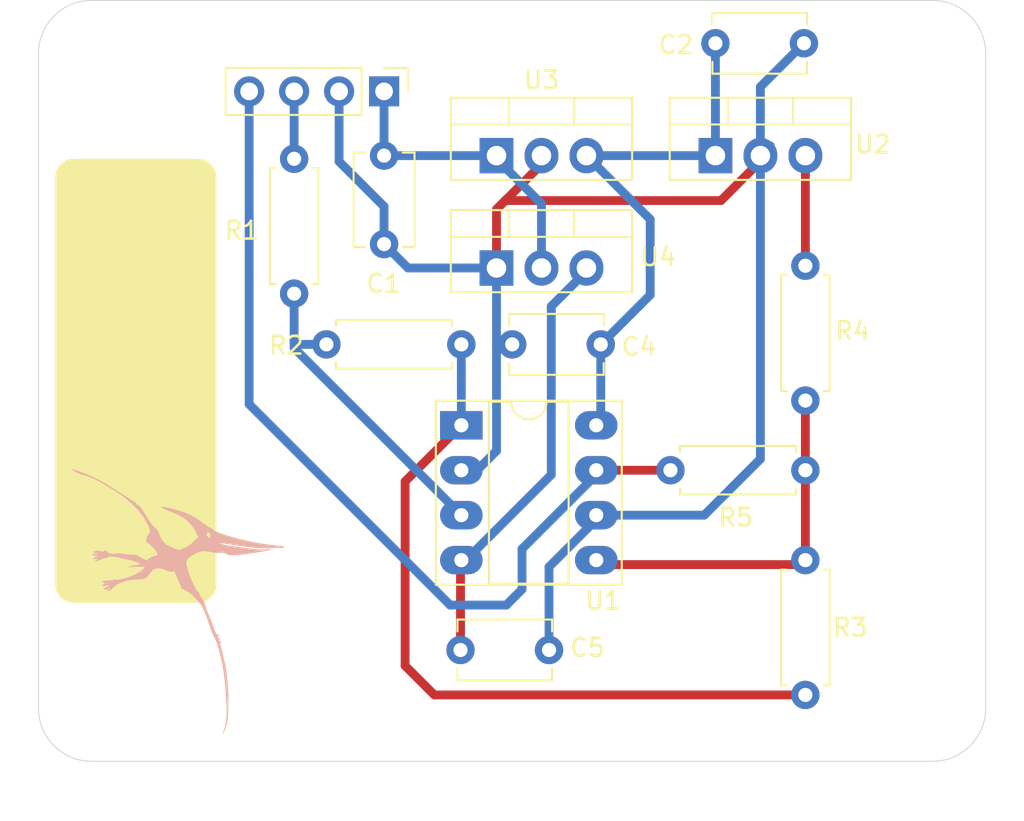
<source format=kicad_pcb>
(kicad_pcb (version 20221018) (generator pcbnew)
  (layers (0 "F.Cu" signal) (31 "B.Cu" signal) (34 "B.Paste" user) (35 "F.Paste" user) (36 "B.SilkS" user "B.Silkscreen") (37 "F.SilkS" user "F.Silkscreen") (38 "B.Mask" user) (39 "F.Mask" user) (44 "Edge.Cuts" user))
  (net 0 "")
  (net 1 "Net-(J2-Pin_1)")
  (net 2 "/GND")
  (net 3 "/VCC")
  (net 4 "/VEE")
  (net 5 "/VI")
  (net 6 "Net-(R2-Pad2)")
  (net 7 "/VO")
  (net 8 "Net-(U1A-+)")
  (net 9 "Net-(U1B-+)")
  (net 10 "Net-(U2-VO)")
  (footprint "MechanicalInterfaces:DrillHole3mm" (layer "F.Cu") (at 195 97)
    (fp_text reference "REF**" hide)
    (fp_text value "DrillHole3mm")
  )
  (footprint "Resistor_THT:R_Axial_DIN0207_L6.3mm_D2.5mm_P7.62mm_Horizontal" (layer "F.Cu") (at 206.44 65.95 -90)
    (fp_text reference "R1")
    (fp_text value "10K")
  )
  (footprint "MechanicalInterfaces:DrillHole3mm" (layer "F.Cu") (at 242.5 60)
    (fp_text reference "REF**" hide)
    (fp_text value "DrillHole3mm")
  )
  (footprint "MechanicalInterfaces:DrillHole3mm" (layer "F.Cu") (at 242.5 97)
    (fp_text reference "REF**" hide)
    (fp_text value "DrillHole3mm")
  )
  (footprint "Connector_PinHeader_2.54mm:PinHeader_1x04_P2.54mm_Vertical" (layer "F.Cu") (at 211.52 62.14 -90)
    (fp_text reference "J2" hide)
    (fp_text value "Conn_01x04_Pin" hide)
  )
  (footprint "Resistor_THT:R_Axial_DIN0207_L6.3mm_D2.5mm_P7.62mm_Horizontal" (layer "F.Cu") (at 235.315 71.993 -90)
    (fp_text reference "R4")
    (fp_text value "10K")
  )
  (footprint "Capacitor_THT:C_Disc_D5.1mm_W3.2mm_P5.00mm" (layer "F.Cu") (at 230.235 59.42)
    (fp_text reference "C2")
    (fp_text value "100nF" hide)
  )
  (footprint "Resistor_THT:R_Axial_DIN0207_L6.3mm_D2.5mm_P7.62mm_Horizontal" (layer "F.Cu") (at 208.264 76.438)
    (fp_text reference "R2")
    (fp_text value "40K")
  )
  (footprint "Resistor_THT:R_Axial_DIN0207_L6.3mm_D2.5mm_P7.62mm_Horizontal" (layer "F.Cu") (at 235.315 83.55 180)
    (fp_text reference "R5")
    (fp_text value "10K")
  )
  (footprint "Package_DIP:DIP-8_W7.62mm_Socket_LongPads" (layer "F.Cu") (at 215.884 81.01)
    (fp_text reference "U1")
    (fp_text value "TL072")
  )
  (footprint "Capacitor_THT:C_Disc_D5.1mm_W3.2mm_P5.00mm" (layer "F.Cu") (at 211.52 65.77 -90)
    (fp_text reference "C1")
    (fp_text value "100nF" hide)
  )
  (footprint "Package_TO_SOT_THT:TO-220-3_Vertical" (layer "F.Cu") (at 230.235 65.77)
    (fp_text reference "U2")
    (fp_text value "LM7810_TO220" hide)
  )
  (footprint "Package_TO_SOT_THT:TO-220-3_Vertical" (layer "F.Cu") (at 217.87 65.77)
    (fp_text reference "U3")
    (fp_text value "LM7815_TO220" hide)
  )
  (footprint "MechanicalInterfaces:DrillHole3mm" (layer "F.Cu") (at 195 60)
    (fp_text reference "REF**" hide)
    (fp_text value "DrillHole3mm")
  )
  (footprint "Capacitor_THT:C_Disc_D5.1mm_W3.2mm_P5.00mm" (layer "F.Cu") (at 220.837 93.71 180)
    (fp_text reference "C5")
    (fp_text value "100nF" hide)
  )
  (footprint "Resistor_THT:R_Axial_DIN0207_L6.3mm_D2.5mm_P7.62mm_Horizontal" (layer "F.Cu") (at 235.315 96.25 90)
    (fp_text reference "R3")
    (fp_text value "10K")
  )
  (footprint "Package_TO_SOT_THT:TO-220-3_Vertical" (layer "F.Cu") (at 217.87 72.12)
    (fp_text reference "U4")
    (fp_text value "LM7915_TO220" hide)
  )
  (footprint "Capacitor_THT:C_Disc_D5.1mm_W3.2mm_P5.00mm" (layer "F.Cu") (at 223.758 76.438 180)
    (fp_text reference "C4")
    (fp_text value "100nF" hide)
  )
  (gr_poly (pts (xy 194 83.5) (xy 194.125573 83.543408) (xy 194.187585 83.5655) (xy 194.248822 83.587591) (xy 194.309671 83.610458) (xy 194.369744 83.632937) (xy 194.429431 83.655804) (xy 194.488729 83.678671) (xy 194.547253 83.701925) (xy 194.605001 83.72518) (xy 194.662362 83.748822) (xy 194.718948 83.772463) (xy 194.774758 83.796105) (xy 194.830181 83.820135) (xy 194.939477 83.868194) (xy 195.046834 83.917416) (xy 195.152642 83.967413) (xy 195.256899 84.018572) (xy 195.360381 84.070895) (xy 195.463475 84.12438) (xy 195.565795 84.179803) (xy 195.668114 84.236776) (xy 195.770821 84.295299) (xy 195.873915 84.356148) (xy 195.977785 84.418548) (xy 196.08243 84.483272) (xy 196.187074 84.54916) (xy 196.290944 84.615047) (xy 196.392876 84.680547) (xy 196.44326 84.713103) (xy 196.492869 84.744884) (xy 196.541316 84.776665) (xy 196.588987 84.807283) (xy 196.635496 84.837514) (xy 196.680842 84.86697) (xy 196.725413 84.895262) (xy 196.768434 84.92278) (xy 196.809516 84.949135) (xy 196.849436 84.97394) (xy 196.887806 84.997969) (xy 196.924238 85.020448) (xy 196.942066 85.030913) (xy 196.95912 85.041377) (xy 196.975398 85.051067) (xy 196.991676 85.060369) (xy 197.007179 85.06967) (xy 197.022294 85.078584) (xy 197.036634 85.086723) (xy 197.050587 85.094862) (xy 197.064152 85.102614) (xy 197.076942 85.110365) (xy 197.088957 85.117729) (xy 197.100584 85.124706) (xy 197.111823 85.132069) (xy 197.122288 85.138658) (xy 197.131977 85.145634) (xy 197.140891 85.152223) (xy 197.149418 85.158812) (xy 197.157169 85.165029) (xy 197.164146 85.171617) (xy 197.170362 85.178206) (xy 197.176207 85.184795) (xy 197.18123 85.191012) (xy 197.185106 85.1976) (xy 197.188594 85.204577) (xy 197.193617 85.217367) (xy 197.195586 85.222762) (xy 197.197493 85.228219) (xy 197.199012 85.232094) (xy 197.200531 85.23521) (xy 197.202887 85.23673) (xy 197.205244 85.23673) (xy 197.2076 85.23521) (xy 197.211089 85.233242) (xy 197.218452 85.227847) (xy 197.2227 85.22549) (xy 197.227723 85.224343) (xy 197.232746 85.224343) (xy 197.238141 85.22549) (xy 197.243986 85.227009) (xy 197.249768 85.229366) (xy 197.261008 85.235583) (xy 197.27186 85.243721) (xy 197.280386 85.252636) (xy 197.287363 85.261937) (xy 197.293146 85.271627) (xy 197.302447 85.292168) (xy 197.305563 85.274727) (xy 197.30747 85.266976) (xy 197.309827 85.259612) (xy 197.313315 85.253767) (xy 197.317191 85.248745) (xy 197.322585 85.245628) (xy 197.328802 85.244481) (xy 197.336166 85.244481) (xy 197.34353 85.24645) (xy 197.350894 85.249566) (xy 197.357482 85.253814) (xy 197.363327 85.259271) (xy 197.367575 85.265054) (xy 197.369931 85.27127) (xy 197.371079 85.278246) (xy 197.371079 85.309252) (xy 197.372226 85.317779) (xy 197.374954 85.326306) (xy 197.37883 85.334832) (xy 197.383853 85.343359) (xy 197.39007 85.352273) (xy 197.397046 85.361187) (xy 197.404798 85.370101) (xy 197.413324 85.379015) (xy 197.431928 85.396844) (xy 197.450919 85.41506) (xy 197.452438 85.386767) (xy 197.453585 85.373202) (xy 197.455105 85.3608) (xy 197.457461 85.34956) (xy 197.460949 85.339483) (xy 197.465584 85.330956) (xy 197.4687 85.327468) (xy 197.471817 85.32474) (xy 197.475305 85.322383) (xy 197.478793 85.320864) (xy 197.482669 85.319345) (xy 197.49042 85.319345) (xy 197.493536 85.320864) (xy 197.497025 85.322833) (xy 197.499381 85.325561) (xy 197.502109 85.329049) (xy 197.504078 85.333297) (xy 197.505598 85.33832) (xy 197.506745 85.344103) (xy 197.509101 85.356893) (xy 197.511008 85.371233) (xy 197.512977 85.387123) (xy 197.515705 85.403789) (xy 197.519581 85.420067) (xy 197.524604 85.436345) (xy 197.528092 85.443709) (xy 197.531968 85.451461) (xy 197.54127 85.465413) (xy 197.552509 85.478203) (xy 197.564912 85.48983) (xy 197.578477 85.500295) (xy 197.592817 85.509984) (xy 197.607157 85.518898) (xy 197.621885 85.52665) (xy 197.636225 85.533626) (xy 197.649403 85.540215) (xy 197.662192 85.54606) (xy 197.673045 85.551082) (xy 197.683509 85.556539) (xy 197.693198 85.561934) (xy 197.7025 85.568151) (xy 197.711802 85.575127) (xy 197.721879 85.584042) (xy 197.731956 85.594506) (xy 197.7378 85.600723) (xy 197.743195 85.607312) (xy 197.749412 85.614675) (xy 197.755629 85.622427) (xy 197.768806 85.63948) (xy 197.782759 85.658859) (xy 197.797874 85.679788) (xy 197.813764 85.702654) (xy 197.830043 85.727072) (xy 197.847096 85.753039) (xy 197.864924 85.780557) (xy 197.88314 85.809237) (xy 197.902131 85.83908) (xy 197.921122 85.869698) (xy 197.940888 85.901479) (xy 197.961042 85.933648) (xy 198.001737 85.999923) (xy 198.043595 86.067361) (xy 198.085453 86.135186) (xy 198.127699 86.201848) (xy 198.169169 86.267348) (xy 198.210639 86.331298) (xy 198.251334 86.392922) (xy 198.271488 86.422765) (xy 198.291642 86.451833) (xy 198.311408 86.480126) (xy 198.331174 86.508031) (xy 198.350553 86.534774) (xy 198.369932 86.560741) (xy 198.38931 86.585933) (xy 198.408302 86.609963) (xy 198.426905 86.633217) (xy 198.445508 86.655309) (xy 198.463725 86.676238) (xy 198.481553 86.696004) (xy 198.499381 86.714995) (xy 198.516822 86.732436) (xy 198.533875 86.748714) (xy 198.550929 86.764217) (xy 198.567206 86.778945) (xy 198.583484 86.792897) (xy 198.615265 86.820415) (xy 198.645109 86.847933) (xy 198.659836 86.86266) (xy 198.673789 86.877776) (xy 198.687354 86.893666) (xy 198.700919 86.911107) (xy 198.713709 86.929323) (xy 198.726111 86.949477) (xy 198.738126 86.970793) (xy 198.750141 86.993273) (xy 198.76138 87.017302) (xy 198.77262 87.042107) (xy 198.78386 87.067686) (xy 198.795099 87.094041) (xy 198.817191 87.148689) (xy 198.83967 87.2045) (xy 198.862924 87.261085) (xy 198.887342 87.316896) (xy 198.900132 87.344026) (xy 198.913309 87.371156) (xy 198.927262 87.397123) (xy 198.94199 87.422703) (xy 198.957105 87.447121) (xy 198.972608 87.47115) (xy 198.988498 87.494792) (xy 199.004776 87.517659) (xy 199.02183 87.53975) (xy 199.038883 87.561455) (xy 199.074539 87.6037) (xy 199.110971 87.644783) (xy 199.148566 87.684703) (xy 199.22453 87.762605) (xy 199.393125 87.839344) (xy 199.478391 87.877327) (xy 199.565595 87.915309) (xy 199.654349 87.952516) (xy 199.744653 87.989723) (xy 199.927975 88.062974) (xy 199.939603 88.055997) (xy 199.951617 88.049409) (xy 199.976809 88.037782) (xy 200.003552 88.02693) (xy 200.031457 88.016853) (xy 200.060525 88.007163) (xy 200.090756 87.996699) (xy 200.121762 87.985847) (xy 200.153155 87.97422) (xy 200.184936 87.961817) (xy 200.217492 87.949027) (xy 200.250049 87.935075) (xy 200.282604 87.921122) (xy 200.31516 87.906395) (xy 200.347329 87.890891) (xy 200.379885 87.874226) (xy 200.412829 87.856397) (xy 200.445773 87.837019) (xy 200.479492 87.815315) (xy 200.496545 87.803688) (xy 200.513986 87.791673) (xy 200.531427 87.778495) (xy 200.549254 87.76493) (xy 200.567083 87.75059) (xy 200.585299 87.735475) (xy 200.603903 87.719197) (xy 200.622893 87.702531) (xy 200.641884 87.68509) (xy 200.661263 87.667262) (xy 200.700796 87.629667) (xy 200.741491 87.590523) (xy 200.782961 87.54944) (xy 200.824819 87.50797) (xy 200.86784 87.465724) (xy 200.911635 87.423479) (xy 200.955819 87.381621) (xy 201.000777 87.34015) (xy 201.046123 87.30023) (xy 201.032171 87.287828) (xy 201.018606 87.273875) (xy 201.00504 87.259147) (xy 200.992638 87.243645) (xy 200.980624 87.227366) (xy 200.969771 87.211088) (xy 200.959695 87.194811) (xy 200.955398 87.187338) (xy 201.48205 87.187338) (xy 201.484406 87.198965) (xy 201.487135 87.210205) (xy 201.491383 87.221057) (xy 201.503398 87.243149) (xy 201.5189 87.264465) (xy 201.537504 87.285006) (xy 201.557658 87.305935) (xy 201.578587 87.326477) (xy 201.599903 87.345468) (xy 201.620444 87.361358) (xy 201.630521 87.367947) (xy 201.639823 87.372582) (xy 201.649125 87.375698) (xy 201.657651 87.378055) (xy 201.665791 87.378055) (xy 201.673154 87.374567) (xy 201.680131 87.368722) (xy 201.685913 87.360196) (xy 201.69137 87.349731) (xy 201.695618 87.337329) (xy 201.699494 87.322989) (xy 201.702222 87.307485) (xy 201.704579 87.290432) (xy 201.706935 87.272992) (xy 201.706935 87.236172) (xy 201.703819 87.198965) (xy 201.69723 87.163309) (xy 201.692595 87.14703) (xy 201.687138 87.131528) (xy 201.680549 87.117962) (xy 201.673573 87.10556) (xy 201.665434 87.094708) (xy 201.656907 87.085406) (xy 201.647993 87.077655) (xy 201.638303 87.071066) (xy 201.628227 87.066431) (xy 201.617762 87.062942) (xy 201.60691 87.060586) (xy 201.596058 87.060586) (xy 201.584415 87.060245) (xy 201.572788 87.062974) (xy 201.561936 87.067609) (xy 201.551472 87.073392) (xy 201.54062 87.080368) (xy 201.530931 87.088507) (xy 201.512715 87.107498) (xy 201.504576 87.11835) (xy 201.497987 87.129202) (xy 201.492142 87.140442) (xy 201.487894 87.152456) (xy 201.484406 87.164084) (xy 201.48205 87.176098) (xy 201.48205 87.187338) (xy 200.955398 87.187338) (xy 200.95078 87.179307) (xy 200.943029 87.164192) (xy 200.93644 87.149852) (xy 200.931045 87.136287) (xy 200.926409 87.123109) (xy 200.921387 87.109544) (xy 200.916364 87.095204) (xy 200.910581 87.080089) (xy 200.903993 87.063036) (xy 200.899745 87.054122) (xy 200.895497 87.044432) (xy 200.890474 87.033968) (xy 200.885017 87.023503) (xy 200.878801 87.011876) (xy 200.872584 86.999861) (xy 200.865995 86.987459) (xy 200.858631 86.974669) (xy 200.850492 86.961104) (xy 200.842353 86.947151) (xy 200.833826 86.932811) (xy 200.824525 86.918083) (xy 200.805146 86.887465) (xy 200.78383 86.855297) (xy 200.760962 86.821965) (xy 200.736545 86.787859) (xy 200.710578 86.75259) (xy 200.68306 86.716545) (xy 200.653992 86.680114) (xy 200.623762 86.643682) (xy 200.592369 86.606475) (xy 200.559425 86.569655) (xy 200.525706 86.532836) (xy 200.490437 86.496404) (xy 200.454392 86.460747) (xy 200.417185 86.425866) (xy 200.379203 86.391372) (xy 200.340058 86.358428) (xy 200.300138 86.326259) (xy 200.259056 86.295254) (xy 200.217585 86.26541) (xy 200.174952 86.236342) (xy 200.131931 86.208437) (xy 200.087748 86.181307) (xy 200.04279 86.154952) (xy 199.997444 86.129372) (xy 199.950935 86.104568) (xy 199.904039 86.08015) (xy 199.85598 86.056509) (xy 199.807921 86.033642) (xy 199.758699 86.011163) (xy 199.70909 85.989071) (xy 199.658705 85.967367) (xy 199.607545 85.94605) (xy 199.555998 85.925121) (xy 199.504063 85.904192) (xy 199.398256 85.86311) (xy 199.290123 85.822414) (xy 199.18044 85.781332) (xy 199.068819 85.739861) (xy 199.06068 85.723196) (xy 199.050603 85.707305) (xy 199.038976 85.692965) (xy 199.025411 85.679788) (xy 199.010683 85.668548) (xy 198.994792 85.658859) (xy 198.977739 85.651107) (xy 198.959911 85.645712) (xy 198.941307 85.642224) (xy 198.941307 85.595715) (xy 199.075795 85.619745) (xy 199.209895 85.645712) (xy 199.343608 85.674005) (xy 199.410271 85.68912) (xy 199.476546 85.704623) (xy 199.542433 85.720514) (xy 199.60832 85.737179) (xy 199.67382 85.75462) (xy 199.738933 85.772449) (xy 199.803657 85.790664) (xy 199.867607 85.809656) (xy 199.931557 85.829422) (xy 199.994731 85.849576) (xy 200.057517 85.870505) (xy 200.119529 85.891821) (xy 200.181154 85.913913) (xy 200.242003 85.93678) (xy 200.302076 85.960034) (xy 200.361375 85.984063) (xy 200.419898 86.008868) (xy 200.478034 86.034448) (xy 200.535007 86.060415) (xy 200.590818 86.087158) (xy 200.646241 86.114675) (xy 200.700501 86.142581) (xy 200.753599 86.171649) (xy 200.805921 86.201104) (xy 200.85708 86.231335) (xy 200.907077 86.261953) (xy 200.956299 86.292959) (xy 201.003971 86.324353) (xy 201.05048 86.356133) (xy 201.096213 86.387527) (xy 201.140397 86.418533) (xy 201.18303 86.449539) (xy 201.224887 86.480157) (xy 201.265195 86.51) (xy 201.303952 86.539068) (xy 201.341547 86.567361) (xy 201.377591 86.594491) (xy 201.412085 86.620458) (xy 201.445029 86.645263) (xy 201.47681 86.668517) (xy 201.506653 86.690221) (xy 201.521381 86.700298) (xy 201.535333 86.709988) (xy 201.548899 86.719289) (xy 201.562076 86.727816) (xy 201.574866 86.736343) (xy 201.587268 86.744094) (xy 201.599283 86.75107) (xy 201.610522 86.757659) (xy 201.621762 86.763876) (xy 201.632614 86.769333) (xy 201.652768 86.779022) (xy 201.671759 86.787161) (xy 201.6892 86.794525) (xy 201.705478 86.800742) (xy 201.720593 86.80733) (xy 201.734546 86.813919) (xy 201.748111 86.820896) (xy 201.760901 86.829034) (xy 201.773303 86.838724) (xy 201.785318 86.849188) (xy 201.798108 86.860428) (xy 201.811673 86.87283) (xy 201.826788 86.886008) (xy 201.843454 86.900348) (xy 201.852368 86.907324) (xy 201.862058 86.914688) (xy 201.872522 86.92244) (xy 201.883761 86.930191) (xy 201.895389 86.937943) (xy 201.907791 86.946081) (xy 201.921356 86.953833) (xy 201.935308 86.961972) (xy 201.950424 86.970111) (xy 201.965927 86.978638) (xy 201.982593 86.987164) (xy 201.999646 86.995691) (xy 202.017474 87.004217) (xy 202.036078 87.012744) (xy 202.055069 87.021658) (xy 202.075222 87.030185) (xy 202.095764 87.039099) (xy 202.117081 87.048401) (xy 202.138784 87.057315) (xy 202.161263 87.066617) (xy 202.207772 87.084833) (xy 202.256607 87.103436) (xy 202.307379 87.12204) (xy 202.360476 87.141031) (xy 202.415124 87.160022) (xy 202.471709 87.179013) (xy 202.529845 87.198391) (xy 202.589532 87.21777) (xy 202.650381 87.236761) (xy 202.71278 87.25614) (xy 202.776342 87.275131) (xy 202.840679 87.29451) (xy 202.906179 87.313501) (xy 202.972067 87.332104) (xy 203.106166 87.369699) (xy 203.241817 87.405743) (xy 203.378243 87.4414) (xy 203.515443 87.475506) (xy 203.653808 87.508837) (xy 203.792946 87.540618) (xy 203.933635 87.571624) (xy 204.075487 87.60108) (xy 204.218889 87.628985) (xy 204.364616 87.655728) (xy 204.437867 87.668905) (xy 204.511894 87.681307) (xy 204.586308 87.693322) (xy 204.661497 87.705337) (xy 204.737074 87.716577) (xy 204.813426 87.727816) (xy 204.890165 87.738281) (xy 204.967679 87.748745) (xy 205.045969 87.758435) (xy 205.124647 87.767736) (xy 205.204099 87.777038) (xy 205.284714 87.785565) (xy 205.365717 87.794091) (xy 205.447495 87.801843) (xy 205.530048 87.809207) (xy 205.613763 87.816183) (xy 205.697867 87.822772) (xy 205.783133 87.828988) (xy 205.795536 87.830895) (xy 205.807163 87.835143) (xy 205.818015 87.841732) (xy 205.826929 87.849871) (xy 205.834681 87.859948) (xy 205.840463 87.871187) (xy 205.843951 87.882814) (xy 205.852866 87.929323) (xy 205.852866 87.933959) (xy 205.851346 87.938206) (xy 205.848229 87.942082) (xy 205.844354 87.944439) (xy 205.839719 87.945586) (xy 205.665311 87.942098) (xy 205.578495 87.94095) (xy 205.451758 87.94095) (xy 205.410288 87.942098) (xy 205.369981 87.943245) (xy 205.330448 87.945214) (xy 205.291303 87.947942) (xy 205.252933 87.950671) (xy 205.176581 87.956887) (xy 205.137824 87.960004) (xy 205.097904 87.96312) (xy 205.057209 87.966236) (xy 205.014964 87.968964) (xy 204.971168 87.970933) (xy 204.925047 87.972452) (xy 204.7425 87.972452) (xy 204.713819 87.971305) (xy 204.684364 87.970158) (xy 204.654133 87.969011) (xy 204.592509 87.965894) (xy 204.528172 87.962407) (xy 204.462285 87.958159) (xy 204.394459 87.953136) (xy 204.325471 87.947741) (xy 204.254545 87.941524) (xy 204.182844 87.934935) (xy 204.10998 87.927571) (xy 204.036342 87.91982) (xy 203.887514 87.903154) (xy 203.737911 87.884938) (xy 203.589083 87.86556) (xy 203.515443 87.855483) (xy 203.44258 87.845018) (xy 203.370491 87.834166) (xy 203.299178 87.823702) (xy 203.229027 87.81285) (xy 203.160039 87.801998) (xy 203.091826 87.791146) (xy 203.024777 87.780293) (xy 202.958501 87.769829) (xy 202.893389 87.759365) (xy 202.82944 87.7489) (xy 202.76704 87.739211) (xy 202.705416 87.729134) (xy 202.644955 87.719832) (xy 202.586044 87.710918) (xy 202.528295 87.702004) (xy 202.471709 87.693865) (xy 202.416674 87.686501) (xy 202.362802 87.679525) (xy 202.310479 87.673308) (xy 202.259707 87.667463) (xy 202.210098 87.662828) (xy 202.285287 87.705849) (xy 202.311255 87.710097) (xy 202.339547 87.715491) (xy 202.369391 87.721274) (xy 202.401172 87.72825) (xy 202.434503 87.735227) (xy 202.469772 87.743366) (xy 202.506591 87.751505) (xy 202.545349 87.760031) (xy 202.585268 87.768946) (xy 202.627127 87.77786) (xy 202.670535 87.786774) (xy 202.715105 87.795688) (xy 202.761226 87.804215) (xy 202.808898 87.813129) (xy 202.857345 87.821268) (xy 202.907342 87.829795) (xy 202.958114 87.837933) (xy 203.009661 87.846073) (xy 203.061984 87.854212) (xy 203.168566 87.870102) (xy 203.276699 87.885218) (xy 203.49374 87.915061) (xy 203.601098 87.929401) (xy 203.653808 87.936377) (xy 203.70613 87.943353) (xy 203.757677 87.95033) (xy 203.808836 87.956918) (xy 203.859221 87.963507) (xy 203.909218 87.969724) (xy 203.958439 87.975941) (xy 204.006886 87.981785) (xy 204.055333 87.987568) (xy 204.102617 87.993025) (xy 204.1499 87.998048) (xy 204.196409 88.003071) (xy 204.24253 88.007319) (xy 204.287877 88.011566) (xy 204.332835 88.015054) (xy 204.377794 88.01817) (xy 204.42159 88.020899) (xy 204.465385 88.023256) (xy 204.551426 88.026743) (xy 204.63708 88.027891) (xy 204.722734 88.027891) (xy 204.80955 88.026743) (xy 204.853733 88.025596) (xy 204.898692 88.024077) (xy 204.944425 88.02293) (xy 204.990934 88.021783) (xy 205.038606 88.020636) (xy 205.08744 88.019116) (xy 205.137824 88.017969) (xy 205.188984 88.016822) (xy 205.177744 88.020697) (xy 205.166892 88.024186) (xy 205.147513 88.03155) (xy 205.110694 88.045502) (xy 205.090928 88.052866) (xy 205.080076 88.056354) (xy 205.068449 88.06023) (xy 205.055659 88.063718) (xy 205.042094 88.067966) (xy 205.026978 88.071841) (xy 205.0107 88.075717) (xy 204.99326 88.080353) (xy 204.974656 88.0846) (xy 204.95489 88.089236) (xy 204.933961 88.093484) (xy 204.912256 88.098119) (xy 204.88939 88.103142) (xy 204.865748 88.107777) (xy 204.840943 88.1128) (xy 204.815364 88.117823) (xy 204.789009 88.122846) (xy 204.761878 88.127869) (xy 204.733586 88.132892) (xy 204.705293 88.137915) (xy 204.675837 88.14331) (xy 204.615764 88.153775) (xy 204.553364 88.164627) (xy 204.489027 88.175091) (xy 204.423527 88.185943) (xy 204.356865 88.196407) (xy 204.222376 88.217724) (xy 204.087501 88.238265) (xy 204.020839 88.247955) (xy 203.955339 88.257644) (xy 203.890614 88.266946) (xy 203.82744 88.27586) (xy 203.765428 88.284774) (xy 203.704192 88.292913) (xy 203.644506 88.300665) (xy 203.585982 88.308416) (xy 203.528621 88.315392) (xy 203.472423 88.321981) (xy 203.417775 88.327764) (xy 203.36429 88.333608) (xy 203.312355 88.339003) (xy 203.261971 88.343251) (xy 203.212749 88.347499) (xy 203.165078 88.350987) (xy 203.118569 88.354103) (xy 203.073998 88.35646) (xy 203.03059 88.358366) (xy 202.98912 88.359514) (xy 202.910442 88.359514) (xy 202.873235 88.357994) (xy 202.837966 88.355638) (xy 202.80386 88.351762) (xy 202.771691 88.347127) (xy 202.741073 88.340538) (xy 202.712005 88.332787) (xy 202.684487 88.323485) (xy 202.65852 88.312633) (xy 202.634102 88.30023) (xy 202.61046 88.287053) (xy 202.565115 88.259923) (xy 202.542248 88.247133) (xy 202.518606 88.235506) (xy 202.493802 88.225817) (xy 202.481011 88.221569) (xy 202.467834 88.21808) (xy 202.454269 88.215352) (xy 202.440316 88.213445) (xy 202.425588 88.211926) (xy 202.41086 88.210407) (xy 202.379855 88.20926) (xy 202.347686 88.210407) (xy 202.313968 88.212314) (xy 202.279086 88.215042) (xy 202.243429 88.21777) (xy 202.206998 88.220499) (xy 202.16979 88.222406) (xy 202.131808 88.223553) (xy 202.093051 88.223553) (xy 202.054681 88.221584) (xy 202.015149 88.218096) (xy 201.976004 88.213461) (xy 201.936471 88.208004) (xy 201.896552 88.201415) (xy 201.816323 88.186687) (xy 201.655481 88.155682) (xy 201.615173 88.148705) (xy 201.575254 88.142116) (xy 201.535333 88.136721) (xy 201.495026 88.132086) (xy 201.455106 88.128598) (xy 201.414798 88.126241) (xy 201.374103 88.125094) (xy 201.33302 88.126241) (xy 201.29155 88.12897) (xy 201.249692 88.133605) (xy 201.206672 88.140194) (xy 201.184967 88.14407) (xy 201.163263 88.149093) (xy 201.141171 88.154115) (xy 201.118692 88.160332) (xy 201.096213 88.166921) (xy 201.073347 88.173897) (xy 201.05048 88.182036) (xy 201.027225 88.190563) (xy 201.003583 88.199865) (xy 200.979941 88.209554) (xy 200.932269 88.230871) (xy 200.884598 88.254125) (xy 200.836927 88.278929) (xy 200.79003 88.305284) (xy 200.743909 88.332415) (xy 200.698951 88.359932) (xy 200.65593 88.388225) (xy 200.615235 88.416518) (xy 200.595469 88.430471) (xy 200.576478 88.444036) (xy 200.558262 88.457988) (xy 200.540821 88.471553) (xy 200.524155 88.484731) (xy 200.508265 88.497521) (xy 200.49315 88.510311) (xy 200.479197 88.522713) (xy 200.466019 88.534728) (xy 200.454004 88.546355) (xy 200.442765 88.557207) (xy 200.433076 88.567671) (xy 200.424162 88.577748) (xy 200.416022 88.587438) (xy 200.409046 88.597127) (xy 200.402829 88.606429) (xy 200.396985 88.615343) (xy 200.392349 88.624257) (xy 200.38421 88.642085) (xy 200.378366 88.660689) (xy 200.373731 88.67968) (xy 200.370242 88.700609) (xy 200.367127 88.722701) (xy 200.36477 88.745955) (xy 200.362863 88.770372) (xy 200.361344 88.795952) (xy 200.360196 88.821919) (xy 200.35829 88.875792) (xy 200.411775 89.073067) (xy 200.43968 89.17151) (xy 200.468748 89.269954) (xy 200.499754 89.368397) (xy 200.516032 89.417619) (xy 200.533085 89.466841) (xy 200.550526 89.51645) (xy 200.568741 89.565672) (xy 200.587733 89.614894) (xy 200.607499 89.664503) (xy 200.62804 89.713725) (xy 200.649357 89.762947) (xy 200.671061 89.811393) (xy 200.692765 89.859065) (xy 200.714857 89.905961) (xy 200.736948 89.952082) (xy 200.75904 89.996653) (xy 200.780744 90.040061) (xy 200.802061 90.081532) (xy 200.82299 90.121451) (xy 200.842756 90.159046) (xy 200.852446 90.177262) (xy 200.862134 90.194703) (xy 200.871436 90.211756) (xy 200.880351 90.227647) (xy 200.888877 90.243537) (xy 200.897404 90.258265) (xy 200.905543 90.272605) (xy 200.913294 90.286557) (xy 200.921046 90.299348) (xy 200.928797 90.311749) (xy 200.936161 90.323377) (xy 200.943137 90.334617) (xy 200.950114 90.345081) (xy 200.95709 90.355158) (xy 200.971043 90.373374) (xy 200.984995 90.389265) (xy 200.998948 90.402829) (xy 201.0129 90.414457) (xy 201.026853 90.424534) (xy 201.039643 90.433835) (xy 201.050495 90.443137) (xy 201.05513 90.44816) (xy 201.059006 90.453555) (xy 201.062122 90.45895) (xy 201.064851 90.465167) (xy 201.069099 90.478732) (xy 201.071455 90.486483) (xy 201.073362 90.49501) (xy 201.07609 90.504311) (xy 201.079207 90.514389) (xy 201.082695 90.52524) (xy 201.086942 90.536868) (xy 201.091965 90.549658) (xy 201.098182 90.562835) (xy 201.104399 90.577175) (xy 201.111763 90.591903) (xy 201.119514 90.607018) (xy 201.127653 90.622909) (xy 201.145094 90.655465) (xy 201.163698 90.688409) (xy 201.183464 90.721352) (xy 201.20323 90.753521) (xy 201.222996 90.784139) (xy 201.232685 90.798867) (xy 201.241987 90.81282) (xy 201.250902 90.825997) (xy 201.259815 90.838399) (xy 201.267955 90.849639) (xy 201.276094 90.860491) (xy 201.283845 90.870568) (xy 201.291209 90.87987) (xy 201.304774 90.898086) (xy 201.317951 90.915139) (xy 201.329966 90.932192) (xy 201.341206 90.950408) (xy 201.352058 90.970175) (xy 201.36291 90.992266) (xy 201.372986 91.016296) (xy 201.382676 91.041875) (xy 201.391978 91.068618) (xy 201.400892 91.096135) (xy 201.409419 91.124041) (xy 201.424921 91.179851) (xy 201.452439 91.287984) (xy 201.459803 91.315889) (xy 201.467942 91.344183) (xy 201.476857 91.373637) (xy 201.486545 91.404644) (xy 201.497785 91.436812) (xy 201.510188 91.470531) (xy 201.523752 91.505413) (xy 201.538093 91.541844) (xy 201.553596 91.579439) (xy 201.569487 91.617809) (xy 201.586152 91.656954) (xy 201.603205 91.696874) (xy 201.638474 91.777876) (xy 201.673356 91.859654) (xy 201.707462 91.941433) (xy 201.740406 92.022435) (xy 201.772187 92.104213) (xy 201.80358 92.186378) (xy 201.834974 92.270094) (xy 201.866367 92.355748) (xy 201.88187 92.399544) (xy 201.89776 92.444114) (xy 201.929929 92.534031) (xy 201.946595 92.578602) (xy 201.963261 92.62201) (xy 201.980314 92.663481) (xy 201.98884 92.683247) (xy 201.997754 92.702626) (xy 202.006281 92.720842) (xy 202.015195 92.738282) (xy 202.02411 92.754948) (xy 202.033411 92.770451) (xy 202.042326 92.784791) (xy 202.052015 92.798356) (xy 202.061316 92.810371) (xy 202.071006 92.821223) (xy 202.080695 92.830525) (xy 202.090384 92.838276) (xy 202.100461 92.844493) (xy 202.110538 92.849128) (xy 202.120615 92.852616) (xy 202.130304 92.854973) (xy 202.139994 92.856492) (xy 202.149683 92.857639) (xy 202.167123 92.859159) (xy 202.174875 92.860306) (xy 202.181851 92.861453) (xy 202.18844 92.863809) (xy 202.193835 92.866925) (xy 202.198083 92.870801) (xy 202.201199 92.875824) (xy 202.203556 92.881281) (xy 202.204703 92.887498) (xy 202.204703 92.894087) (xy 202.203556 92.900676) (xy 202.201649 92.907651) (xy 202.198532 92.91424) (xy 202.194657 92.920829) (xy 202.189634 92.926674) (xy 202.18379 92.931697) (xy 202.177573 92.936332) (xy 202.170209 92.939448) (xy 202.162457 92.941805) (xy 202.153931 92.943324) (xy 202.145016 92.943324) (xy 202.127189 92.939836) (xy 202.119049 92.937929) (xy 202.111685 92.93596) (xy 202.105468 92.934813) (xy 202.099314 92.934813) (xy 202.098167 92.93596) (xy 202.098167 92.939386) (xy 202.099314 92.944409) (xy 202.10243 92.950625) (xy 202.106678 92.958377) (xy 202.112522 92.966129) (xy 202.119111 92.975043) (xy 202.126088 92.983569) (xy 202.14159 93.000235) (xy 202.149342 93.007211) (xy 202.156318 93.013428) (xy 202.163295 93.018063) (xy 202.169884 93.022311) (xy 202.181898 93.028528) (xy 202.193913 93.034745) (xy 202.199758 93.038621) (xy 202.205974 93.043255) (xy 202.212563 93.0491) (xy 202.218779 93.055689) (xy 202.231569 93.071192) (xy 202.236965 93.079718) (xy 202.242421 93.088245) (xy 202.246297 93.096385) (xy 202.249414 93.104136) (xy 202.25132 93.111112) (xy 202.25132 93.117329) (xy 202.250173 93.122724) (xy 202.247057 93.126599) (xy 202.242809 93.129715) (xy 202.237352 93.131622) (xy 202.230763 93.13277) (xy 202.214873 93.13277) (xy 202.206346 93.131622) (xy 202.188905 93.128894) (xy 202.181154 93.127746) (xy 202.174177 93.126599) (xy 202.168395 93.126599) (xy 202.164907 93.127746) (xy 202.163388 93.128894) (xy 202.163388 93.133467) (xy 202.166503 93.137715) (xy 202.171139 93.14311) (xy 202.177728 93.149326) (xy 202.185479 93.156691) (xy 202.194781 93.16483) (xy 202.204858 93.173356) (xy 202.226562 93.19196) (xy 202.248653 93.212114) (xy 202.259118 93.22219) (xy 202.269195 93.232267) (xy 202.278109 93.242344) (xy 202.286248 93.252033) (xy 202.293224 93.261335) (xy 202.299441 93.270637) (xy 202.304076 93.279552) (xy 202.307952 93.288078) (xy 202.310681 93.296217) (xy 202.311828 93.303968) (xy 202.311828 93.310945) (xy 202.310681 93.317921) (xy 202.308324 93.324138) (xy 202.304836 93.329533) (xy 202.300201 93.334555) (xy 202.294356 93.338803) (xy 202.28814 93.34192) (xy 202.281163 93.344276) (xy 202.274187 93.345423) (xy 202.266435 93.345423) (xy 202.259072 93.343454) (xy 202.252095 93.340726) (xy 202.245119 93.336478) (xy 202.238902 93.33223) (xy 202.233507 93.327982) (xy 202.228872 93.324494) (xy 202.225756 93.321766) (xy 202.223787 93.320619) (xy 202.223787 93.321766) (xy 202.224934 93.324494) (xy 202.227291 93.329129) (xy 202.230406 93.335346) (xy 202.234282 93.343098) (xy 202.239306 93.3524) (xy 202.2447 93.362864) (xy 202.250483 93.374491) (xy 202.2567 93.386894) (xy 202.262916 93.400458) (xy 202.269505 93.414411) (xy 202.275721 93.429139) (xy 202.287349 93.460532) (xy 202.298976 93.493864) (xy 202.309441 93.529133) (xy 202.320293 93.56634) (xy 202.33037 93.605484) (xy 202.340446 93.646179) (xy 202.350911 93.688038) (xy 202.360988 93.731446) (xy 202.371065 93.775629) (xy 202.381529 93.820975) (xy 202.391993 93.866709) (xy 202.402846 93.913217) (xy 202.414086 93.960501) (xy 202.425713 94.008173) (xy 202.437728 94.057007) (xy 202.449742 94.107004) (xy 202.462144 94.157776) (xy 202.474547 94.210486) (xy 202.487336 94.264359) (xy 202.499739 94.320169) (xy 202.512529 94.378305) (xy 202.525319 94.437991) (xy 202.538109 94.500003) (xy 202.544325 94.532172) (xy 202.550542 94.564728) (xy 202.556758 94.598059) (xy 202.563347 94.631778) (xy 202.56913 94.666659) (xy 202.575346 94.701928) (xy 202.581563 94.737973) (xy 202.587408 94.774792) (xy 202.593191 94.812387) (xy 202.599035 94.850757) (xy 202.604818 94.889901) (xy 202.610662 94.929822) (xy 202.616445 94.970904) (xy 202.621902 95.012762) (xy 202.627297 95.055395) (xy 202.632754 95.098803) (xy 202.637777 95.142987) (xy 202.643234 95.188332) (xy 202.648257 95.234067) (xy 202.65328 95.280575) (xy 202.657916 95.327471) (xy 202.66255 95.375531) (xy 202.671465 95.472811) (xy 202.679991 95.57203) (xy 202.68813 95.673187) (xy 202.695494 95.776281) (xy 202.702083 95.880151) (xy 202.707928 95.985183) (xy 202.713323 96.091377) (xy 202.717958 96.197572) (xy 202.721446 96.304156) (xy 202.724562 96.410737) (xy 202.726918 96.516933) (xy 202.728066 96.622353) (xy 202.728066 96.830479) (xy 202.726546 96.932411) (xy 202.72419 97.032792) (xy 202.720702 97.131236) (xy 202.718795 97.179683) (xy 202.716067 97.227355) (xy 202.71371 97.274637) (xy 202.710594 97.321146) (xy 202.707478 97.36688) (xy 202.70399 97.411839) (xy 202.700114 97.456022) (xy 202.695866 97.499819) (xy 202.691618 97.542451) (xy 202.686984 97.584309) (xy 202.68196 97.625004) (xy 202.676937 97.664924) (xy 202.671093 97.704068) (xy 202.66531 97.742051) (xy 202.659094 97.77887) (xy 202.652505 97.814914) (xy 202.645529 97.849796) (xy 202.638552 97.883902) (xy 202.630801 97.916459) (xy 202.623049 97.948627) (xy 202.61491 97.979634) (xy 202.606383 98.009865) (xy 202.597857 98.039319) (xy 202.588555 98.067613) (xy 202.579253 98.09513) (xy 202.569952 98.121872) (xy 202.559875 98.148228) (xy 202.54941 98.173419) (xy 202.538946 98.197837) (xy 202.528094 98.221866) (xy 202.517242 98.244733) (xy 202.506002 98.2676) (xy 202.494375 98.289304) (xy 202.48236 98.310621) (xy 202.470345 98.331549) (xy 202.457943 98.351316) (xy 202.432363 98.390461) (xy 202.406008 98.427281) (xy 202.378491 98.462162) (xy 202.349811 98.495881) (xy 202.320355 98.528049) (xy 202.348648 98.48154) (xy 202.375003 98.435807) (xy 202.399419 98.390848) (xy 202.421899 98.346664) (xy 202.443215 98.302869) (xy 202.462207 98.259848) (xy 202.480035 98.217216) (xy 202.4967 98.174582) (xy 202.511428 98.133112) (xy 202.524993 98.091641) (xy 202.537396 98.050172) (xy 202.548635 98.009477) (xy 202.558712 97.968782) (xy 202.567626 97.928087) (xy 202.575766 97.887391) (xy 202.583129 97.847084) (xy 202.589346 97.806776) (xy 202.594803 97.766469) (xy 202.599826 97.72616) (xy 202.604074 97.685465) (xy 202.611437 97.603688) (xy 202.616894 97.520747) (xy 202.621142 97.437031) (xy 202.624258 97.352153) (xy 202.625778 97.266499) (xy 202.625778 97.091704) (xy 202.624258 97.002949) (xy 202.621902 96.91342) (xy 202.618786 96.822727) (xy 202.61491 96.731648) (xy 202.610274 96.639406) (xy 202.605252 96.546388) (xy 202.599857 96.452595) (xy 202.587067 96.26346) (xy 202.573114 96.073936) (xy 202.557224 95.884414) (xy 202.549085 95.790233) (xy 202.540558 95.696828) (xy 202.531644 95.603812) (xy 202.52273 95.511956) (xy 202.513428 95.420489) (xy 202.503739 95.329797) (xy 202.493274 95.239492) (xy 202.482035 95.148412) (xy 202.470408 95.056946) (xy 202.457617 94.964703) (xy 202.443277 94.870523) (xy 202.435914 94.822851) (xy 202.428162 94.774792) (xy 202.420023 94.725958) (xy 202.411109 94.676349) (xy 202.402194 94.626352) (xy 202.392506 94.57558) (xy 202.382816 94.524033) (xy 202.372352 94.47171) (xy 202.361499 94.418613) (xy 202.349872 94.36474) (xy 202.337857 94.309704) (xy 202.325455 94.253894) (xy 202.299488 94.141111) (xy 202.271582 94.026776) (xy 202.242902 93.91283) (xy 202.213446 93.800821) (xy 202.198718 93.745398) (xy 202.183604 93.691138) (xy 202.168876 93.637653) (xy 202.15376 93.585718) (xy 202.139033 93.534946) (xy 202.123917 93.485337) (xy 202.109577 93.438053) (xy 202.094849 93.392319) (xy 202.080897 93.348136) (xy 202.066944 93.306665) (xy 202.059967 93.286899) (xy 202.053379 93.267521) (xy 202.046403 93.24853) (xy 202.039814 93.230314) (xy 202.033597 93.212873) (xy 202.027008 93.196208) (xy 202.020791 93.179929) (xy 202.014575 93.164814) (xy 202.008358 93.150086) (xy 202.002576 93.136521) (xy 201.997119 93.123344) (xy 201.991336 93.110941) (xy 201.985941 93.099314) (xy 201.980546 93.088075) (xy 201.970082 93.067921) (xy 201.959617 93.049317) (xy 201.949541 93.031876) (xy 201.929774 92.998933) (xy 201.920085 92.982267) (xy 201.910008 92.964826) (xy 201.899543 92.945835) (xy 201.889079 92.925294) (xy 201.878227 92.902427) (xy 201.866599 92.876848) (xy 201.854972 92.849717) (xy 201.84257 92.820261) (xy 201.830168 92.788868) (xy 201.817378 92.755537) (xy 201.803813 92.720268) (xy 201.790248 92.683448) (xy 201.776295 92.645467) (xy 201.761955 92.605546) (xy 201.747615 92.564464) (xy 201.7325 92.522218) (xy 201.717384 92.479198) (xy 201.701881 92.434626) (xy 201.686378 92.389281) (xy 201.6701 92.343159) (xy 201.653822 92.296651) (xy 201.637544 92.249367) (xy 201.603825 92.153636) (xy 201.569331 92.056743) (xy 201.534062 91.95985) (xy 201.498017 91.863344) (xy 201.461974 91.768001) (xy 201.443757 91.721492) (xy 201.425154 91.674983) (xy 201.406938 91.629638) (xy 201.388334 91.585066) (xy 201.370119 91.541271) (xy 201.351515 91.49825) (xy 201.332911 91.45678) (xy 201.314696 91.416085) (xy 201.29648 91.37694) (xy 201.277876 91.339345) (xy 201.259661 91.302914) (xy 201.241832 91.268032) (xy 201.223616 91.2347) (xy 201.205788 91.203307) (xy 201.188347 91.173852) (xy 201.170906 91.145947) (xy 201.153465 91.120367) (xy 201.136412 91.096337) (xy 201.118971 91.073858) (xy 201.101918 91.052929) (xy 201.084865 91.032775) (xy 201.067424 91.013397) (xy 201.032543 90.976577) (xy 200.996498 90.940145) (xy 200.978283 90.921929) (xy 200.959291 90.902938) (xy 200.939913 90.882785) (xy 200.920147 90.862243) (xy 200.899993 90.840539) (xy 200.879064 90.81806) (xy 200.857359 90.794805) (xy 200.835656 90.770776) (xy 200.812789 90.746359) (xy 200.789534 90.721166) (xy 200.765892 90.696362) (xy 200.741475 90.670782) (xy 200.716283 90.645589) (xy 200.690703 90.62001) (xy 200.664348 90.595205) (xy 200.637218 90.5704) (xy 200.609701 90.545984) (xy 200.58102 90.521954) (xy 200.551952 90.499087) (xy 200.522109 90.476608) (xy 200.491491 90.455291) (xy 200.460485 90.43475) (xy 200.428704 90.414984) (xy 200.396923 90.39638) (xy 200.365142 90.378165) (xy 200.333748 90.361111) (xy 200.302743 90.344833) (xy 200.2729 90.328943) (xy 200.243832 90.313827) (xy 200.216314 90.299487) (xy 200.189959 90.285535) (xy 200.165929 90.272357) (xy 200.14345 90.259567) (xy 200.133373 90.25335) (xy 200.123684 90.247134) (xy 200.11477 90.240917) (xy 200.106244 90.235073) (xy 200.098492 90.22929) (xy 200.091516 90.223445) (xy 200.085733 90.21805) (xy 200.079889 90.212206) (xy 200.070974 90.200966) (xy 200.06361 90.189338) (xy 200.057766 90.176937) (xy 200.052742 90.163371) (xy 200.048108 90.148643) (xy 200.043084 90.132365) (xy 200.040356 90.123064) (xy 200.03724 90.113375) (xy 200.033752 90.103297) (xy 200.029876 90.092833) (xy 200.021349 90.069967) (xy 200.01166 90.045162) (xy 200.001583 90.018806) (xy 199.990343 89.990901) (xy 199.978329 89.961834) (xy 199.965538 89.931603) (xy 199.952361 89.900597) (xy 199.925231 89.837035) (xy 199.896938 89.77231) (xy 199.869033 89.707973) (xy 199.855081 89.67658) (xy 199.841903 89.645962) (xy 199.829113 89.616118) (xy 199.816323 89.586663) (xy 199.803921 89.55837) (xy 199.791906 89.530465) (xy 199.768652 89.476204) (xy 199.746172 89.423882) (xy 199.724468 89.37311) (xy 199.682223 89.273504) (xy 199.602383 89.280093) (xy 199.563238 89.282449) (xy 199.524093 89.283968) (xy 199.485723 89.283968) (xy 199.448129 89.281999) (xy 199.429525 89.280093) (xy 199.411309 89.277736) (xy 199.393481 89.27462) (xy 199.375653 89.271132) (xy 199.357824 89.266884) (xy 199.340771 89.261427) (xy 199.306665 89.2498) (xy 199.273333 89.235847) (xy 199.240002 89.220732) (xy 199.206283 89.204842) (xy 199.172177 89.188563) (xy 199.136908 89.173061) (xy 199.100476 89.158333) (xy 199.062494 89.145155) (xy 199.022961 89.133528) (xy 198.982654 89.123451) (xy 198.941958 89.115312) (xy 198.900876 89.108723) (xy 198.859793 89.1037) (xy 198.819486 89.100972) (xy 198.779953 89.099453) (xy 198.760962 89.099453) (xy 198.741971 89.100972) (xy 198.705151 89.103328) (xy 198.669495 89.107964) (xy 198.635001 89.113421) (xy 198.601282 89.120009) (xy 198.568338 89.127373) (xy 198.503226 89.143651) (xy 198.445478 89.209151) (xy 198.417185 89.24132) (xy 198.389279 89.273101) (xy 198.362925 89.303719) (xy 198.337345 89.333562) (xy 198.313315 89.361855) (xy 198.302076 89.375808) (xy 198.291223 89.388985) (xy 198.280759 89.401775) (xy 198.27107 89.414565) (xy 198.261768 89.42658) (xy 198.252854 89.437819) (xy 198.244715 89.449059) (xy 198.237351 89.459524) (xy 198.230374 89.469213) (xy 198.224592 89.478514) (xy 198.219135 89.487429) (xy 198.214112 89.495568) (xy 198.20481 89.511071) (xy 198.195896 89.525411) (xy 198.186207 89.538976) (xy 198.180424 89.545952) (xy 198.174207 89.552541) (xy 198.166844 89.559517) (xy 198.158704 89.566881) (xy 198.14979 89.574245) (xy 198.139713 89.581996) (xy 198.128861 89.589361) (xy 198.117234 89.597112) (xy 198.104832 89.605251) (xy 198.091654 89.613003) (xy 198.078089 89.620754) (xy 198.063749 89.628505) (xy 198.033131 89.643621) (xy 198.000575 89.658348) (xy 197.966081 89.671913) (xy 197.930036 89.684703) (xy 197.893217 89.695555) (xy 197.855622 89.704857) (xy 197.81764 89.712608) (xy 197.778883 89.718391) (xy 197.739738 89.723027) (xy 197.700206 89.726142) (xy 197.659898 89.728499) (xy 197.619203 89.730468) (xy 197.57812 89.731615) (xy 197.536262 89.732762) (xy 197.493629 89.733909) (xy 197.450221 89.735429) (xy 197.406425 89.737335) (xy 197.361854 89.740064) (xy 197.316508 89.743552) (xy 197.270387 89.748575) (xy 197.223878 89.754792) (xy 197.176982 89.762156) (xy 197.130086 89.770682) (xy 197.083577 89.779596) (xy 197.037068 89.789674) (xy 196.991335 89.800525) (xy 196.946764 89.811765) (xy 196.902968 89.823392) (xy 196.860723 89.835407) (xy 196.820028 89.84781) (xy 196.78127 89.860599) (xy 196.744838 89.873389) (xy 196.727397 89.879606) (xy 196.710344 89.885823) (xy 196.694066 89.89204) (xy 196.678563 89.898628) (xy 196.649108 89.910643) (xy 196.621978 89.923045) (xy 196.596785 89.93506) (xy 196.572756 89.947075) (xy 196.549889 89.95909) (xy 196.528185 89.970716) (xy 196.48594 89.994358) (xy 196.456872 90.008698) (xy 196.432454 90.021876) (xy 196.408813 90.036217) (xy 196.385946 90.051332) (xy 196.363854 90.066834) (xy 196.342537 90.083113) (xy 196.321996 90.099778) (xy 196.282464 90.134272) (xy 196.245257 90.168766) (xy 196.209212 90.202873) (xy 196.174331 90.235041) (xy 196.157278 90.250157) (xy 196.140224 90.264497) (xy 196.123559 90.278062) (xy 196.106893 90.290852) (xy 196.090228 90.302867) (xy 196.073949 90.313331) (xy 196.057671 90.323408) (xy 196.041006 90.331935) (xy 196.024728 90.338911) (xy 196.00845 90.344693) (xy 195.986358 90.348941) (xy 195.977444 90.35091) (xy 195.968529 90.353638) (xy 195.960003 90.357886) (xy 195.951089 90.36291) (xy 195.932873 90.374537) (xy 195.923571 90.379559) (xy 195.913494 90.382676) (xy 195.903417 90.383823) (xy 195.892565 90.382676) (xy 195.881713 90.379947) (xy 195.870474 90.376072) (xy 195.847607 90.365994) (xy 195.867373 90.35708) (xy 195.885976 90.347778) (xy 195.894503 90.343143) (xy 195.902255 90.338896) (xy 195.908843 90.33426) (xy 195.914626 90.329624) (xy 195.918874 90.32499) (xy 195.92199 90.320354) (xy 195.923509 90.315718) (xy 195.923509 90.311471) (xy 195.92199 90.306448) (xy 195.920471 90.3022) (xy 195.915014 90.292898) (xy 195.942919 90.27817) (xy 195.969274 90.263443) (xy 195.981676 90.256467) (xy 195.993303 90.24949) (xy 196.003768 90.242513) (xy 196.013457 90.235925) (xy 196.021596 90.229708) (xy 196.028572 90.223492) (xy 196.033595 90.217709) (xy 196.037084 90.212252) (xy 196.039052 90.206857) (xy 196.040572 90.201834) (xy 196.040572 90.192145) (xy 196.016542 90.199896) (xy 195.993288 90.208423) (xy 195.982048 90.213446) (xy 195.971584 90.218469) (xy 195.961894 90.224252) (xy 195.952593 90.23084) (xy 195.935539 90.244793) (xy 195.917711 90.258745) (xy 195.907634 90.265721) (xy 195.896007 90.271566) (xy 195.883217 90.276962) (xy 195.869264 90.281209) (xy 195.854149 90.285085) (xy 195.838258 90.287813) (xy 195.821593 90.289333) (xy 195.804927 90.290852) (xy 195.788649 90.290852) (xy 195.772371 90.289333) (xy 195.756868 90.287364) (xy 195.742528 90.284248) (xy 195.728963 90.280372) (xy 195.716173 90.274977) (xy 195.704158 90.268388) (xy 195.692531 90.260637) (xy 195.681679 90.251335) (xy 195.670439 90.240483) (xy 195.659587 90.22808) (xy 195.648735 90.21374) (xy 195.683617 90.216097) (xy 195.700282 90.217616) (xy 195.715785 90.217616) (xy 195.730126 90.216097) (xy 195.742915 90.214128) (xy 195.74831 90.212609) (xy 195.753333 90.210702) (xy 195.757969 90.208346) (xy 195.761457 90.205617) (xy 195.768046 90.199028) (xy 195.773441 90.191664) (xy 195.778898 90.183138) (xy 195.785486 90.174224) (xy 195.794401 90.164922) (xy 195.805253 90.156008) (xy 195.817655 90.147869) (xy 195.83122 90.140117) (xy 195.84556 90.133528) (xy 195.859901 90.128505) (xy 195.873853 90.125017) (xy 195.880829 90.12387) (xy 195.899061 90.12387) (xy 195.909913 90.12539) (xy 195.920378 90.126536) (xy 195.925013 90.126536) (xy 195.930036 90.12539) (xy 195.934671 90.12387) (xy 195.939694 90.121514) (xy 195.94433 90.117638) (xy 195.948965 90.11339) (xy 195.9536 90.107608) (xy 195.958236 90.101763) (xy 195.965987 90.088585) (xy 195.97177 90.075021) (xy 195.974126 90.068432) (xy 195.975645 90.062215) (xy 195.976793 90.05682) (xy 195.976793 90.052572) (xy 195.975645 90.048696) (xy 195.973289 90.04634) (xy 195.970173 90.04482) (xy 195.96129 90.04482) (xy 195.955833 90.045968) (xy 195.949616 90.047115) (xy 195.943027 90.049084) (xy 195.9283 90.05296) (xy 195.912797 90.057207) (xy 195.896906 90.060323) (xy 195.880628 90.06223) (xy 195.864737 90.063378) (xy 195.849622 90.064525) (xy 195.834894 90.066044) (xy 195.821329 90.067191) (xy 195.808927 90.069098) (xy 195.798075 90.071827) (xy 195.789161 90.076074) (xy 195.772495 90.085764) (xy 195.764356 90.090787) (xy 195.755054 90.094275) (xy 195.744977 90.097003) (xy 195.733738 90.098522) (xy 195.721723 90.09967) (xy 195.709321 90.09967) (xy 195.684128 90.098522) (xy 195.671338 90.097003) (xy 195.658549 90.094647) (xy 195.645371 90.090771) (xy 195.638782 90.088043) (xy 195.632194 90.084554) (xy 195.625217 90.080307) (xy 195.618241 90.075284) (xy 195.611265 90.069439) (xy 195.603901 90.062463) (xy 195.596149 90.054712) (xy 195.588398 90.045797) (xy 195.580259 90.03572) (xy 195.571732 90.024093) (xy 195.599637 90.02524) (xy 195.625992 90.02524) (xy 195.638395 90.024093) (xy 195.650409 90.021737) (xy 195.661262 90.018249) (xy 195.671338 90.014001) (xy 195.681028 90.008606) (xy 195.69033 90.002017) (xy 195.699244 89.995041) (xy 195.708933 89.987677) (xy 195.729087 89.971011) (xy 195.739551 89.96326) (xy 195.750791 89.955896) (xy 195.761643 89.949307) (xy 195.772883 89.944672) (xy 195.784122 89.941555) (xy 195.795362 89.940409) (xy 195.806601 89.940409) (xy 195.818616 89.941928) (xy 195.831019 89.943447) (xy 195.844971 89.944594) (xy 195.859699 89.944594) (xy 195.876365 89.943075) (xy 195.893805 89.939959) (xy 195.911246 89.935711) (xy 195.926749 89.931463) (xy 195.933726 89.928735) (xy 195.939942 89.926378) (xy 195.945337 89.924409) (xy 195.949213 89.922502) (xy 195.952329 89.920595) (xy 195.953476 89.919448) (xy 195.953476 89.917929) (xy 195.951957 89.916782) (xy 195.932222 89.916782) (xy 195.92447 89.917929) (xy 195.915944 89.919448) (xy 195.896953 89.921805) (xy 195.876411 89.924534) (xy 195.833391 89.92999) (xy 195.812462 89.932347) (xy 195.793083 89.933866) (xy 195.775255 89.935014) (xy 195.752 89.935014) (xy 195.745024 89.933866) (xy 195.738807 89.932347) (xy 195.733412 89.930828) (xy 195.728389 89.928859) (xy 195.724141 89.926502) (xy 195.720266 89.923386) (xy 195.717537 89.92027) (xy 195.713289 89.912519) (xy 195.709801 89.90438) (xy 195.705553 89.896628) (xy 195.702825 89.893512) (xy 195.699337 89.890396) (xy 195.695089 89.888489) (xy 195.690066 89.88697) (xy 195.684221 89.885823) (xy 195.677633 89.884675) (xy 195.66368 89.883156) (xy 195.64934 89.883156) (xy 195.635 89.882009) (xy 195.628411 89.880862) (xy 195.622194 89.879342) (xy 195.616737 89.877373) (xy 195.612102 89.874645) (xy 195.608226 89.871529) (xy 195.604738 89.867653) (xy 195.602009 89.863406) (xy 195.599653 89.85877) (xy 195.596165 89.848305) (xy 195.593808 89.836678) (xy 195.592289 89.824664) (xy 195.612055 89.8173) (xy 195.632597 89.810324) (xy 195.643449 89.807207) (xy 195.654688 89.804479) (xy 195.667091 89.80175) (xy 195.679881 89.799394) (xy 195.693833 89.797487) (xy 195.708173 89.795968) (xy 195.723676 89.794449) (xy 195.739567 89.792929) (xy 195.75662 89.791782) (xy 195.774448 89.790635) (xy 195.79344 89.789488) (xy 195.812818 89.787968) (xy 195.83336 89.786821) (xy 195.854676 89.785674) (xy 195.877155 89.784155) (xy 195.900022 89.783007) (xy 195.923664 89.78186) (xy 195.948469 89.780713) (xy 195.998853 89.779194) (xy 196.051176 89.778046) (xy 196.105048 89.776527) (xy 196.215119 89.77417) (xy 196.207755 89.764869) (xy 196.20191 89.755567) (xy 196.199554 89.750932) (xy 196.198035 89.746296) (xy 196.198035 89.741274) (xy 196.199554 89.736638) (xy 196.201461 89.731615) (xy 196.204189 89.726592) (xy 196.207678 89.721569) (xy 196.211925 89.716547) (xy 196.222002 89.706469) (xy 196.232854 89.696005) (xy 196.251846 89.708407) (xy 196.262698 89.714624) (xy 196.2751 89.720081) (xy 196.282076 89.722437) (xy 196.289828 89.724793) (xy 196.297967 89.72715) (xy 196.307268 89.729057) (xy 196.316958 89.730576) (xy 196.327035 89.732096) (xy 196.337887 89.733615) (xy 196.349514 89.734762) (xy 196.373931 89.736669) (xy 196.400673 89.737816) (xy 196.428579 89.737816) (xy 196.458422 89.736669) (xy 196.489428 89.734762) (xy 196.521209 89.732034) (xy 196.554152 89.728158) (xy 196.587871 89.723135) (xy 196.62159 89.716919) (xy 196.655696 89.71033) (xy 196.689415 89.702578) (xy 196.722359 89.694826) (xy 196.754528 89.686687) (xy 196.785533 89.678161) (xy 196.815377 89.670022) (xy 196.842894 89.662271) (xy 196.868474 89.654907) (xy 196.880489 89.651418) (xy 196.891728 89.647931) (xy 196.902193 89.645202) (xy 196.91227 89.642473) (xy 196.921184 89.639745) (xy 196.929711 89.637776) (xy 196.944438 89.6339) (xy 196.958004 89.630784) (xy 196.971181 89.627296) (xy 196.985521 89.62342) (xy 196.99366 89.621063) (xy 197.002574 89.618336) (xy 197.012264 89.615219) (xy 197.023116 89.611731) (xy 197.034743 89.607856) (xy 197.04792 89.60322) (xy 197.061873 89.598197) (xy 197.076988 89.59274) (xy 197.093266 89.586957) (xy 197.109932 89.580741) (xy 197.12776 89.573764) (xy 197.146364 89.566788) (xy 197.165355 89.559424) (xy 197.185509 89.551673) (xy 197.20605 89.543533) (xy 197.226979 89.535007) (xy 197.270387 89.517179) (xy 197.315733 89.498188) (xy 197.361854 89.478034) (xy 197.408751 89.457492) (xy 197.455647 89.435788) (xy 197.502543 89.413697) (xy 197.548277 89.391217) (xy 197.593235 89.367963) (xy 197.636644 89.345096) (xy 197.677726 89.321842) (xy 197.697493 89.309827) (xy 197.716484 89.2982) (xy 197.7347 89.286573) (xy 197.752141 89.275333) (xy 197.768806 89.263706) (xy 197.785084 89.252466) (xy 197.8002 89.240839) (xy 197.814927 89.2296) (xy 197.82888 89.21836) (xy 197.842445 89.20712) (xy 197.867637 89.184641) (xy 197.890504 89.162162) (xy 197.911821 89.14007) (xy 197.931974 89.117979) (xy 197.950578 89.096274) (xy 197.968019 89.074183) (xy 197.984684 89.052479) (xy 198.01724 89.008683) (xy 197.363405 89.008683) (xy 197.328523 89.010202) (xy 197.295967 89.011349) (xy 197.264961 89.012497) (xy 197.235893 89.014016) (xy 197.207988 89.015163) (xy 197.181633 89.01631) (xy 197.130861 89.01631) (xy 197.106056 89.015163) (xy 197.081252 89.012807) (xy 197.056447 89.009691) (xy 197.032417 89.005815) (xy 197.02079 89.003458) (xy 197.009938 89.00073) (xy 197.000249 88.998374) (xy 196.991335 88.996017) (xy 196.983971 88.994048) (xy 196.977754 88.991692) (xy 196.973506 88.990173) (xy 196.97115 88.988653) (xy 196.97115 88.987506) (xy 196.973119 88.985987) (xy 197.042076 88.985987) (xy 197.068043 88.98484) (xy 197.094398 88.98332) (xy 197.121528 88.980204) (xy 197.149046 88.976716) (xy 197.177339 88.97208) (xy 197.205632 88.967445) (xy 197.2347 88.96205) (xy 197.294773 88.950423) (xy 197.325391 88.945028) (xy 197.356785 88.939245) (xy 197.388954 88.934222) (xy 197.42151 88.929199) (xy 197.454841 88.924177) (xy 197.48856 88.919154) (xy 197.523054 88.913309) (xy 197.557935 88.907092) (xy 197.593205 88.900503) (xy 197.629249 88.892365) (xy 197.665681 88.88345) (xy 197.7025 88.873373) (xy 197.739707 88.861746) (xy 197.777302 88.848569) (xy 197.655604 88.796246) (xy 197.594755 88.771054) (xy 197.534293 88.746637) (xy 197.47422 88.723383) (xy 197.414533 88.701679) (xy 197.355622 88.681912) (xy 197.297099 88.664084) (xy 197.238963 88.648581) (xy 197.181214 88.634629) (xy 197.123078 88.621839) (xy 197.064555 88.609824) (xy 197.005256 88.597422) (xy 196.944407 88.585019) (xy 196.882008 88.571454) (xy 196.818059 88.556339) (xy 196.752171 88.540836) (xy 196.685509 88.52417) (xy 196.551021 88.492002) (xy 196.484358 88.476886) (xy 196.418083 88.463321) (xy 196.385527 88.457105) (xy 196.353359 88.45126) (xy 196.321965 88.446237) (xy 196.290572 88.441602) (xy 196.259953 88.437726) (xy 196.229723 88.434238) (xy 196.200267 88.431881) (xy 196.171587 88.430362) (xy 196.143682 88.428843) (xy 196.116551 88.428843) (xy 196.090196 88.430362) (xy 196.064617 88.431881) (xy 196.0402 88.43461) (xy 196.016558 88.438486) (xy 195.994078 88.443121) (xy 195.972762 88.448516) (xy 195.952608 88.455492) (xy 195.932842 88.462469) (xy 195.914238 88.47022) (xy 195.896022 88.477584) (xy 195.878194 88.484948) (xy 195.861141 88.491924) (xy 195.844088 88.498141) (xy 195.827034 88.502776) (xy 195.810369 88.506652) (xy 195.793315 88.509008) (xy 195.759209 88.512125) (xy 195.724327 88.514853) (xy 195.706499 88.517209) (xy 195.688283 88.520325) (xy 195.670067 88.524961) (xy 195.651076 88.531549) (xy 195.632085 88.539301) (xy 195.612319 88.548603) (xy 195.592165 88.55868) (xy 195.571236 88.569532) (xy 195.550307 88.581159) (xy 195.528216 88.592786) (xy 195.505349 88.604801) (xy 195.482094 88.61604) (xy 195.458065 88.62728) (xy 195.432873 88.637745) (xy 195.407293 88.647434) (xy 195.380938 88.655961) (xy 195.35497 88.663324) (xy 195.329003 88.669913) (xy 195.303811 88.674936) (xy 195.280169 88.678812) (xy 195.268929 88.680331) (xy 195.258465 88.681479) (xy 195.248388 88.682625) (xy 195.221645 88.682625) (xy 195.214281 88.681479) (xy 195.207693 88.680331) (xy 195.202298 88.678812) (xy 195.197662 88.676905) (xy 195.193787 88.674548) (xy 195.19143 88.67182) (xy 195.190283 88.668704) (xy 195.190283 88.665216) (xy 195.191802 88.66134) (xy 195.194918 88.657464) (xy 195.199166 88.652829) (xy 195.205011 88.648194) (xy 195.212375 88.643558) (xy 195.220514 88.638535) (xy 195.229428 88.63314) (xy 195.239117 88.627683) (xy 195.260046 88.616444) (xy 195.302679 88.593577) (xy 195.322445 88.581562) (xy 195.331359 88.576167) (xy 195.339111 88.570322) (xy 195.3457 88.564927) (xy 195.351095 88.559083) (xy 195.355343 88.55406) (xy 195.358071 88.549037) (xy 195.359218 88.544014) (xy 195.359218 88.539379) (xy 195.357699 88.535503) (xy 195.355343 88.532015) (xy 195.351467 88.529286) (xy 195.346444 88.527317) (xy 195.340599 88.52617) (xy 195.325484 88.52617) (xy 195.316957 88.527317) (xy 195.307656 88.528837) (xy 195.297966 88.531193) (xy 195.27665 88.536976) (xy 195.253783 88.543952) (xy 195.207274 88.559455) (xy 195.184795 88.566431) (xy 195.163866 88.572648) (xy 195.153789 88.575004) (xy 195.144875 88.576911) (xy 195.136348 88.578058) (xy 195.128597 88.579206) (xy 195.115838 88.579206) (xy 195.110381 88.578058) (xy 195.106133 88.576539) (xy 195.102645 88.574183) (xy 195.099916 88.571454) (xy 195.098397 88.568338) (xy 195.096878 88.564462) (xy 195.096878 88.560214) (xy 195.098397 88.555579) (xy 195.100304 88.550556) (xy 195.103033 88.545161) (xy 195.106908 88.539704) (xy 195.111156 88.533487) (xy 195.116551 88.527271) (xy 195.122334 88.520682) (xy 195.12931 88.514093) (xy 195.136674 88.507505) (xy 195.144813 88.500916) (xy 195.153727 88.494327) (xy 195.173106 88.480762) (xy 195.19481 88.467972) (xy 195.218452 88.45557) (xy 195.242869 88.44433) (xy 195.267673 88.433478) (xy 195.291315 88.423789) (xy 195.302555 88.419541) (xy 195.31302 88.415293) (xy 195.323096 88.411045) (xy 195.332011 88.40717) (xy 195.34015 88.403681) (xy 195.347514 88.400565) (xy 195.353296 88.397449) (xy 195.357931 88.394333) (xy 195.36142 88.391977) (xy 195.362939 88.389621) (xy 195.362939 88.387714) (xy 195.36142 88.386194) (xy 195.358304 88.385047) (xy 195.353668 88.383528) (xy 195.347886 88.38238) (xy 195.340522 88.381233) (xy 195.177741 88.381233) (xy 195.154874 88.379714) (xy 195.133945 88.378567) (xy 195.114954 88.37666) (xy 195.097901 88.373544) (xy 195.09015 88.371575) (xy 195.083173 88.369668) (xy 195.076585 88.367312) (xy 195.070368 88.364583) (xy 195.064911 88.361467) (xy 195.060275 88.357979) (xy 195.056028 88.354491) (xy 195.052539 88.350243) (xy 195.049423 88.345995) (xy 195.047516 88.341747) (xy 195.045997 88.336725) (xy 195.045997 88.327454) (xy 195.047516 88.322818) (xy 195.049423 88.318571) (xy 195.052539 88.314695) (xy 195.056787 88.310819) (xy 195.06181 88.307331) (xy 195.068027 88.304215) (xy 195.074616 88.301099) (xy 195.082367 88.29837) (xy 195.090894 88.296014) (xy 195.100195 88.293657) (xy 195.109885 88.291301) (xy 195.131201 88.287813) (xy 195.154843 88.284696) (xy 195.179648 88.281968) (xy 195.206003 88.279239) (xy 195.233133 88.276883) (xy 195.288168 88.271426) (xy 195.314523 88.268698) (xy 195.339716 88.265969) (xy 195.350955 88.26445) (xy 195.361807 88.262931) (xy 195.371884 88.261411) (xy 195.381186 88.260264) (xy 195.389325 88.258745) (xy 195.396301 88.257598) (xy 195.402146 88.256078) (xy 195.406394 88.254559) (xy 195.40951 88.253412) (xy 195.411029 88.252265) (xy 195.411029 88.250745) (xy 195.40951 88.249598) (xy 195.406394 88.248451) (xy 195.401758 88.246932) (xy 195.395542 88.245784) (xy 195.388178 88.244637) (xy 195.379651 88.24349) (xy 195.370349 88.241971) (xy 195.360272 88.240823) (xy 195.349033 88.239676) (xy 195.325003 88.23732) (xy 195.299423 88.234963) (xy 195.246326 88.229119) (xy 195.220359 88.225631) (xy 195.196329 88.221755) (xy 195.185477 88.219786) (xy 195.174625 88.21743) (xy 195.164936 88.214701) (xy 195.155634 88.212344) (xy 195.147495 88.209616) (xy 195.139743 88.2065) (xy 195.133155 88.203384) (xy 195.126938 88.200268) (xy 195.122303 88.19678) (xy 195.118427 88.193291) (xy 195.115698 88.189416) (xy 195.114179 88.18554) (xy 195.114179 88.181664) (xy 195.115326 88.177029) (xy 195.117233 88.172781) (xy 195.119962 88.168146) (xy 195.123837 88.16351) (xy 195.12886 88.158875) (xy 195.134705 88.15424) (xy 195.141294 88.149604) (xy 195.148658 88.144969) (xy 195.156797 88.140334) (xy 195.165323 88.136086) (xy 195.174625 88.131838) (xy 195.195166 88.124474) (xy 195.21687 88.117498) (xy 195.240125 88.112475) (xy 195.264542 88.108599) (xy 195.289347 88.10587) (xy 195.315314 88.104723) (xy 195.341669 88.104723) (xy 195.368024 88.10587) (xy 195.395154 88.10739) (xy 195.421897 88.109359) (xy 195.448639 88.112475) (xy 195.475382 88.115963) (xy 195.501349 88.119839) (xy 195.526541 88.124087) (xy 195.551346 88.128722) (xy 195.574988 88.133357) (xy 195.597467 88.13838) (xy 195.618784 88.142628) (xy 195.638937 88.146876) (xy 195.657541 88.150364) (xy 195.674594 88.15348) (xy 195.690097 88.155449) (xy 195.703275 88.156596) (xy 195.714886 88.156596) (xy 195.719909 88.155449) (xy 195.723785 88.154301) (xy 195.726901 88.152782) (xy 195.72842 88.150875) (xy 195.72842 88.148147) (xy 195.727273 88.145031) (xy 195.724917 88.141155) (xy 195.721428 88.136907) (xy 195.717181 88.132272) (xy 195.712545 88.127637) (xy 195.702081 88.117172) (xy 195.692391 88.107095) (xy 195.688903 88.102072) (xy 195.686175 88.097437) (xy 195.684656 88.093561) (xy 195.684656 88.089686) (xy 195.686175 88.086569) (xy 195.688903 88.083841) (xy 195.692779 88.081484) (xy 195.697414 88.079578) (xy 195.702809 88.07843) (xy 195.709026 88.076911) (xy 195.722979 88.076911) (xy 195.738094 88.07888) (xy 195.754372 88.082368) (xy 195.771813 88.087763) (xy 195.790029 88.094739) (xy 195.808632 88.102878) (xy 195.828011 88.112568) (xy 195.84739 88.12342) (xy 195.867156 88.135047) (xy 195.886922 88.147837) (xy 195.896612 88.169153) (xy 195.902394 88.179618) (xy 195.909371 88.189695) (xy 195.917122 88.199384) (xy 195.926811 88.208686) (xy 195.938051 88.2176) (xy 195.951616 88.226127) (xy 195.966731 88.233878) (xy 195.983784 88.241242) (xy 196.002388 88.247831) (xy 196.022154 88.253613) (xy 196.043083 88.258636) (xy 196.064787 88.263272) (xy 196.087654 88.267147) (xy 196.110908 88.270263) (xy 196.13455 88.27217) (xy 196.158192 88.273317) (xy 196.206251 88.273317) (xy 196.25431 88.270961) (xy 196.303145 88.266713) (xy 196.353529 88.262078) (xy 196.405851 88.257055) (xy 196.432594 88.255148) (xy 196.459724 88.253629) (xy 196.488017 88.252109) (xy 196.546153 88.252109) (xy 196.576383 88.253629) (xy 196.607002 88.255148) (xy 196.638395 88.257055) (xy 196.670176 88.259783) (xy 196.702345 88.262512) (xy 196.767845 88.269876) (xy 196.900395 88.286541) (xy 196.96667 88.295068) (xy 197.031782 88.303207) (xy 197.095344 88.310571) (xy 197.15658 88.316354) (xy 197.216267 88.320989) (xy 197.274403 88.324477) (xy 197.331376 88.326834) (xy 197.387186 88.328802) (xy 197.496869 88.331159) (xy 197.513535 88.332306) (xy 197.529426 88.335794) (xy 197.545316 88.340817) (xy 197.560044 88.348181) (xy 197.573996 88.357095) (xy 197.598801 88.375311) (xy 197.623218 88.391589) (xy 197.647635 88.40748) (xy 197.67244 88.422595) (xy 197.698407 88.43771) (xy 197.725537 88.452826) (xy 197.755381 88.469104) (xy 197.787162 88.486157) (xy 197.820493 88.503598) (xy 197.855762 88.521814) (xy 197.892194 88.540417) (xy 197.930176 88.559408) (xy 197.969321 88.578399) (xy 198.009241 88.597391) (xy 198.090244 88.635373) (xy 198.241397 88.537704) (xy 198.279767 88.514062) (xy 198.318524 88.491971) (xy 198.358444 88.471042) (xy 198.378598 88.46174) (xy 198.399139 88.452438) (xy 198.44061 88.43616) (xy 198.483243 88.421432) (xy 198.526651 88.40748) (xy 198.570834 88.394302) (xy 198.615018 88.38035) (xy 198.659588 88.36601) (xy 198.704159 88.349731) (xy 198.726251 88.341205) (xy 198.748343 88.331903) (xy 198.732452 88.304385) (xy 198.716562 88.275317) (xy 198.685556 88.215244) (xy 198.65455 88.154395) (xy 198.638659 88.124939) (xy 198.621994 88.097034) (xy 198.604941 88.070291) (xy 198.5875 88.045487) (xy 198.569284 88.022232) (xy 198.55068 88.000141) (xy 198.532077 87.979211) (xy 198.513086 87.959058) (xy 198.474329 87.920301) (xy 198.434796 87.881543) (xy 198.414255 87.861777) (xy 198.392163 87.842011) (xy 198.369296 87.821082) (xy 198.344491 87.799378) (xy 198.331314 87.788138) (xy 198.317749 87.776511) (xy 198.303796 87.764496) (xy 198.289068 87.752481) (xy 198.25845 87.727289) (xy 198.227057 87.702097) (xy 198.196051 87.676905) (xy 198.166596 87.652488) (xy 198.152643 87.64086) (xy 198.139465 87.629621) (xy 198.127063 87.619156) (xy 198.115823 87.60908) (xy 198.105359 87.599778) (xy 198.096445 87.591251) (xy 198.089081 87.583499) (xy 198.082864 87.576523) (xy 198.078229 87.570741) (xy 198.075113 87.565284) (xy 198.073593 87.560261) (xy 198.072074 87.554804) (xy 198.072074 87.541611) (xy 198.073593 87.532697) (xy 198.074741 87.52262) (xy 198.075888 87.510993) (xy 198.077857 87.497815) (xy 198.079764 87.483862) (xy 198.08212 87.468747) (xy 198.085236 87.452857) (xy 198.088352 87.436578) (xy 198.092228 87.419138) (xy 198.096476 87.401697) (xy 198.10694 87.36604) (xy 198.112785 87.348212) (xy 198.119374 87.330383) (xy 198.126738 87.31333) (xy 198.134489 87.296277) (xy 198.143016 87.279611) (xy 198.152317 87.264108) (xy 198.162007 87.248993) (xy 198.172471 87.234265) (xy 198.193788 87.20636) (xy 198.215492 87.178842) (xy 198.236421 87.151712) (xy 198.24611 87.138147) (xy 198.255412 87.124195) (xy 198.263938 87.109854) (xy 198.27169 87.094739) (xy 198.278666 87.079624) (xy 198.284449 87.063733) (xy 198.289084 87.047068) (xy 198.2922 87.029627) (xy 198.294107 87.011023) (xy 198.294107 86.992032) (xy 198.292588 86.971879) (xy 198.290681 86.950949) (xy 198.286805 86.929633) (xy 198.282557 86.907154) (xy 198.276775 86.884675) (xy 198.270186 86.86142) (xy 198.262822 86.838166) (xy 198.254296 86.814136) (xy 198.245381 86.790107) (xy 198.235692 86.766077) (xy 198.214763 86.717631) (xy 198.192284 86.669184) (xy 198.16903 86.6219) (xy 198.145387 86.575779) (xy 198.13376 86.553687) (xy 198.122133 86.531983) (xy 198.110894 86.510667) (xy 198.099654 86.490513) (xy 198.089189 86.470746) (xy 198.079113 86.452143) (xy 198.069423 86.434315) (xy 198.060121 86.417262) (xy 198.042293 86.384705) (xy 198.025628 86.354475) (xy 198.009737 86.325794) (xy 197.993847 86.298277) (xy 197.977568 86.271146) (xy 197.960515 86.243629) (xy 197.942687 86.215724) (xy 197.923696 86.187043) (xy 197.902767 86.156812) (xy 197.880675 86.125032) (xy 197.856646 86.092475) (xy 197.831453 86.058756) (xy 197.804323 86.023487) (xy 197.77603 85.987443) (xy 197.7458 85.950624) (xy 197.714406 85.912254) (xy 197.681075 85.873109) (xy 197.646581 85.833189) (xy 197.610149 85.792494) (xy 197.572554 85.751024) (xy 197.533022 85.708778) (xy 197.492327 85.665758) (xy 197.450082 85.621962) (xy 197.406673 85.578166) (xy 197.361715 85.533983) (xy 197.315594 85.489412) (xy 197.26831 85.444453) (xy 197.219863 85.399495) (xy 197.170254 85.354536) (xy 197.119482 85.309965) (xy 197.067547 85.265007) (xy 197.014837 85.220824) (xy 196.961352 85.17664) (xy 196.906704 85.133232) (xy 196.851281 85.090212) (xy 196.795083 85.047579) (xy 196.73811 85.005721) (xy 196.680749 84.964638) (xy 196.622613 84.92433) (xy 196.56409 84.88441) (xy 196.505179 84.844878) (xy 196.44588 84.806121) (xy 196.327283 84.730544) (xy 196.208298 84.656517) (xy 196.090476 84.584429) (xy 196.031952 84.54916) (xy 195.973816 84.514278) (xy 195.916455 84.480172) (xy 195.859482 84.446065) (xy 195.803284 84.412346) (xy 195.748248 84.379015) (xy 195.693601 84.346071) (xy 195.639728 84.313515) (xy 195.586243 84.281734) (xy 195.533533 84.250341) (xy 195.481211 84.219723) (xy 195.428888 84.189492) (xy 195.376954 84.160424) (xy 195.325406 84.132131) (xy 195.273472 84.104614) (xy 195.221537 84.077871) (xy 195.169602 84.052679) (xy 195.11728 84.028262) (xy 195.06457 84.00462) (xy 195.011472 83.982916) (xy 194.957987 83.961987) (xy 194.903727 83.942608) (xy 194.849467 83.924004) (xy 194.794819 83.906176) (xy 194.685523 83.872845) (xy 194.578166 83.840676) (xy 194.525068 83.824786) (xy 194.473521 83.808508) (xy 194.422749 83.791842) (xy 194.37314 83.774401) (xy 194.325081 83.756573) (xy 194.278572 83.737194) (xy 194.234001 83.717041) (xy 194.191368 83.695724) (xy 194.150285 83.673632) (xy 194.110753 83.64999) (xy 194.07277 83.625961) (xy 194.035951 83.600769) (xy 194.000294 83.575576) (xy 193.965413 83.549609) (xy 193.931306 83.523254) (xy 193.897975 83.496899) (xy 193.832568 83.443414)) (fill solid) (layer "B.SilkS"))
  (gr_poly (pts (arc (start 201 91) (mid 201.707107 90.707107) (end 202 90)) (arc (start 202 67) (mid 201.707107 66.292893) (end 201 66)) (arc (start 194 66) (mid 193.292893 66.292893) (end 193 67)) (arc (start 193 90) (mid 193.292893 90.707107) (end 194 91))) (stroke (width 0.1)) (fill solid) (layer "F.SilkS"))
  (gr_arc (start 192 60) (mid 192.87868 57.87868) (end 195 57) (stroke (width 0.05)) (layer "Edge.Cuts"))
  (gr_arc (start 245.5 97) (mid 244.62132 99.12132) (end 242.5 100) (stroke (width 0.05)) (layer "Edge.Cuts"))
  (gr_arc (start 195 100) (mid 192.87868 99.12132) (end 192 97) (stroke (width 0.05)) (layer "Edge.Cuts"))
  (gr_line (start 245.5 60) (end 245.5 97) (stroke (width 0.05)) (layer "Edge.Cuts"))
  (gr_line (start 192 97) (end 192 60) (stroke (width 0.05)) (layer "Edge.Cuts"))
  (gr_line (start 242.5 100) (end 195 100) (stroke (width 0.05)) (layer "Edge.Cuts"))
  (gr_line (start 195 57) (end 242.5 57) (stroke (width 0.05)) (layer "Edge.Cuts"))
  (gr_arc (start 242.5 57) (mid 244.62132 57.87868) (end 245.5 60) (stroke (width 0.05)) (layer "Edge.Cuts"))
  (segment (start 220.41 68.49) (end 217.87 65.95) (width 0.5) (layer "B.Cu") (net 1))
  (segment (start 211.52 65.77) (end 211.52 62.14) (width 0.5) (layer "B.Cu") (net 1))
  (segment (start 220.41 72.12) (end 220.41 68.49) (width 0.5) (layer "B.Cu") (net 1))
  (segment (start 211.52 65.77) (end 217.87 65.77) (width 0.5) (layer "B.Cu") (net 1))
  (segment (start 217.87 65.95) (end 217.87 65.77) (width 0.5) (layer "B.Cu") (net 1))
  (segment (start 230.5475 68.31) (end 232.775 66.0825) (width 0.5) (layer "F.Cu") (net 2))
  (segment (start 218.4365 68.236) (end 218.5105 68.31) (width 0.5) (layer "F.Cu") (net 2))
  (segment (start 218.5105 68.31) (end 230.5475 68.31) (width 0.5) (layer "F.Cu") (net 2))
  (segment (start 217.87 72.12) (end 217.87 68.8025) (width 0.5) (layer "F.Cu") (net 2))
  (segment (start 217.87 68.8025) (end 220.41 66.2625) (width 0.5) (layer "F.Cu") (net 2))
  (segment (start 217.87 68.8025) (end 218.4365 68.236) (width 0.5) (layer "F.Cu") (net 2))
  (segment (start 232.775 66.0825) (end 232.775 65.77) (width 0.5) (layer "F.Cu") (net 2))
  (segment (start 220.41 66.2625) (end 220.41 65.77) (width 0.5) (layer "F.Cu") (net 2))
  (segment (start 218.40725 68.26525) (end 218.4365 68.236) (width 0.5) (layer "F.Cu") (net 2))
  (segment (start 232.775 65.77) (end 232.775 61.88) (width 0.5) (layer "B.Cu") (net 2))
  (segment (start 208.98 62.14) (end 208.98 66.105) (width 0.5) (layer "B.Cu") (net 2))
  (segment (start 216.773 83.55) (end 215.884 83.55) (width 0.5) (layer "B.Cu") (net 2))
  (segment (start 233.33 65.215) (end 232.775 65.77) (width 0.5) (layer "B.Cu") (net 2))
  (segment (start 217.87 72.12) (end 217.87 76.438) (width 0.5) (layer "B.Cu") (net 2))
  (segment (start 220.837 89.011) (end 223.504 86.344) (width 0.5) (layer "B.Cu") (net 2))
  (segment (start 215.63 83.804) (end 215.484 83.804) (width 0.5) (layer "B.Cu") (net 2))
  (segment (start 211.52 68.645) (end 211.52 70.77) (width 0.5) (layer "B.Cu") (net 2))
  (segment (start 216.138 83.804) (end 215.884 83.55) (width 0.5) (layer "B.Cu") (net 2))
  (segment (start 218.758 76.438) (end 217.87 76.438) (width 0.5) (layer "B.Cu") (net 2))
  (segment (start 223.504 86.344) (end 223.504 86.09) (width 0.5) (layer "B.Cu") (net 2))
  (segment (start 216.284 83.804) (end 216.138 83.804) (width 0.5) (layer "B.Cu") (net 2))
  (segment (start 217.87 72.12) (end 212.87 72.12) (width 0.5) (layer "B.Cu") (net 2))
  (segment (start 217.87 82.453) (end 216.773 83.55) (width 0.5) (layer "B.Cu") (net 2))
  (segment (start 215.884 83.55) (end 215.63 83.804) (width 0.5) (layer "B.Cu") (net 2))
  (segment (start 208.98 66.105) (end 211.52 68.645) (width 0.5) (layer "B.Cu") (net 2))
  (segment (start 212.87 72.12) (end 211.52 70.77) (width 0.5) (layer "B.Cu") (net 2))
  (segment (start 217.87 76.438) (end 217.87 82.453) (width 0.5) (layer "B.Cu") (net 2))
  (segment (start 229.6 86.09) (end 223.504 86.09) (width 0.5) (layer "B.Cu") (net 2))
  (segment (start 232.775 65.77) (end 232.775 82.915) (width 0.5) (layer "B.Cu") (net 2))
  (segment (start 232.775 82.915) (end 229.6 86.09) (width 0.5) (layer "B.Cu") (net 2))
  (segment (start 232.775 61.88) (end 235.235 59.42) (width 0.5) (layer "B.Cu") (net 2))
  (segment (start 220.837 93.71) (end 220.837 89.011) (width 0.5) (layer "B.Cu") (net 2))
  (segment (start 223.631 81.137) (end 223.504 81.01) (width 0.5) (layer "F.Cu") (net 3))
  (segment (start 223.631 81.264) (end 223.631 81.137) (width 0.5) (layer "F.Cu") (net 3))
  (segment (start 230.235 65.77) (end 222.95 65.77) (width 0.5) (layer "B.Cu") (net 3))
  (segment (start 226.552 73.644) (end 226.552 69.372) (width 0.5) (layer "B.Cu") (net 3))
  (segment (start 223.758 76.438) (end 226.552 73.644) (width 0.5) (layer "B.Cu") (net 3))
  (segment (start 230.235 65.77) (end 230.235 59.42) (width 0.5) (layer "B.Cu") (net 3))
  (segment (start 226.552 69.372) (end 222.95 65.77) (width 0.5) (layer "B.Cu") (net 3))
  (segment (start 223.758 80.883) (end 223.885 81.01) (width 0.5) (layer "B.Cu") (net 3))
  (segment (start 222.95 65.77) (end 222.77 65.77) (width 0.5) (layer "B.Cu") (net 3))
  (segment (start 223.758 76.438) (end 223.758 80.883) (width 0.5) (layer "B.Cu") (net 3))
  (segment (start 223.885 81.01) (end 223.504 81.01) (width 0.5) (layer "B.Cu") (net 3))
  (segment (start 215.837 93.71) (end 215.837 88.677) (width 0.5) (layer "F.Cu") (net 4))
  (segment (start 215.837 88.677) (end 215.884 88.63) (width 0.5) (layer "F.Cu") (net 4))
  (segment (start 220.964 83.804) (end 220.964 74.286) (width 0.5) (layer "B.Cu") (net 4))
  (segment (start 215.837 93.71) (end 215.884 93.663) (width 0.5) (layer "B.Cu") (net 4))
  (segment (start 216.138 88.63) (end 220.964 83.804) (width 0.5) (layer "B.Cu") (net 4))
  (segment (start 220.964 74.286) (end 222.95 72.3) (width 0.5) (layer "B.Cu") (net 4))
  (segment (start 222.87 72.38) (end 222.95 72.3) (width 0.5) (layer "B.Cu") (net 4))
  (segment (start 222.95 72.3) (end 222.95 72.12) (width 0.5) (layer "B.Cu") (net 4))
  (segment (start 215.884 88.63) (end 216.138 88.63) (width 0.5) (layer "B.Cu") (net 4))
  (segment (start 206.44 62.14) (end 206.44 65.95) (width 0.5) (layer "B.Cu") (net 5))
  (segment (start 235.315 96.25) (end 214.36 96.25) (width 0.5) (layer "F.Cu") (net 6))
  (segment (start 214.36 96.25) (end 212.709 94.599) (width 0.5) (layer "F.Cu") (net 6))
  (segment (start 212.709 84.185) (end 215.884 81.01) (width 0.5) (layer "F.Cu") (net 6))
  (segment (start 212.709 94.599) (end 212.709 84.185) (width 0.5) (layer "F.Cu") (net 6))
  (segment (start 215.884 76.438) (end 215.884 81.01) (width 0.5) (layer "B.Cu") (net 6))
  (segment (start 227.695 83.55) (end 223.504 83.55) (width 0.5) (layer "F.Cu") (net 7))
  (segment (start 218.424 91.17) (end 219.313 90.281) (width 0.5) (layer "B.Cu") (net 7))
  (segment (start 223.504 83.804) (end 223.504 83.55) (width 0.5) (layer "B.Cu") (net 7))
  (segment (start 215.249 91.17) (end 218.424 91.17) (width 0.5) (layer "B.Cu") (net 7))
  (segment (start 219.313 90.281) (end 219.313 87.995) (width 0.5) (layer "B.Cu") (net 7))
  (segment (start 219.313 87.995) (end 223.504 83.804) (width 0.5) (layer "B.Cu") (net 7))
  (segment (start 203.9 79.821) (end 215.249 91.17) (width 0.5) (layer "B.Cu") (net 7))
  (segment (start 203.9 62.14) (end 203.9 79.821) (width 0.5) (layer "B.Cu") (net 7))
  (segment (start 206.44 76.311) (end 206.44 76.646) (width 0.5) (layer "B.Cu") (net 8))
  (segment (start 206.567 76.438) (end 206.44 76.311) (width 0.5) (layer "B.Cu") (net 8))
  (segment (start 208.264 76.438) (end 206.567 76.438) (width 0.5) (layer "B.Cu") (net 8))
  (segment (start 206.44 73.57) (end 206.44 76.311) (width 0.5) (layer "B.Cu") (net 8))
  (segment (start 206.44 76.646) (end 215.884 86.09) (width 0.5) (layer "B.Cu") (net 8))
  (segment (start 235.061 88.884) (end 223.758 88.884) (width 0.5) (layer "F.Cu") (net 9))
  (segment (start 235.315 83.55) (end 235.315 79.613) (width 0.5) (layer "F.Cu") (net 9))
  (segment (start 235.315 83.55) (end 235.315 88.63) (width 0.5) (layer "F.Cu") (net 9))
  (segment (start 235.315 88.63) (end 235.061 88.884) (width 0.5) (layer "F.Cu") (net 9))
  (segment (start 223.758 88.884) (end 223.504 88.63) (width 0.5) (layer "F.Cu") (net 9))
  (segment (start 235.315 65.77) (end 235.315 71.993) (width 0.5) (layer "F.Cu") (net 10))
)
</source>
